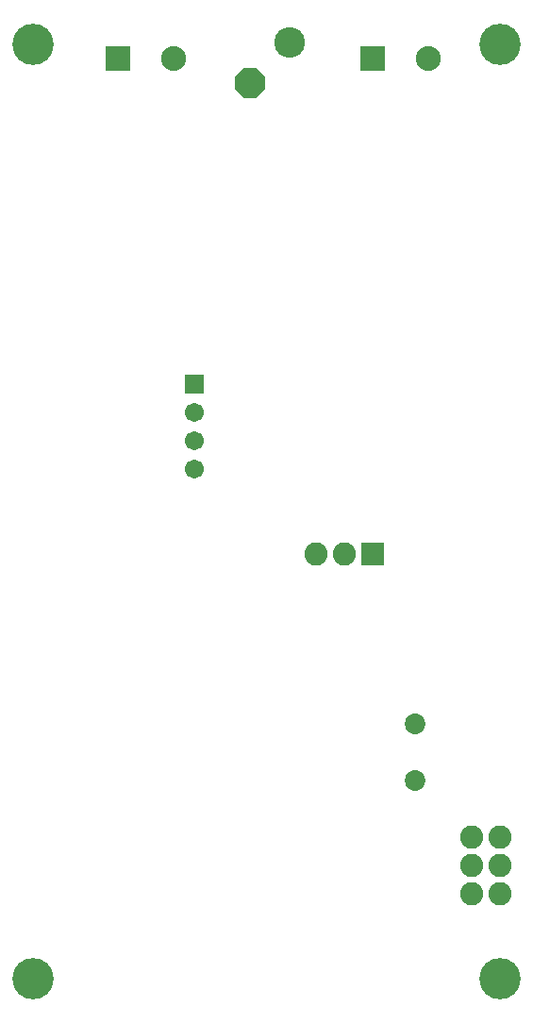
<source format=gbr>
G04 EAGLE Gerber RS-274X export*
G75*
%MOMM*%
%FSLAX34Y34*%
%LPD*%
%INSoldermask Bottom*%
%IPPOS*%
%AMOC8*
5,1,8,0,0,1.08239X$1,22.5*%
G01*
%ADD10C,3.703200*%
%ADD11C,1.854200*%
%ADD12C,2.082800*%
%ADD13R,2.235200X2.235200*%
%ADD14C,2.235200*%
%ADD15C,2.743200*%
%ADD16P,2.969212X8X247.500000*%
%ADD17R,2.082800X2.082800*%
%ADD18R,1.703200X1.703200*%
%ADD19C,1.703200*%


D10*
X38100Y127000D03*
X457200Y127000D03*
X38100Y965200D03*
X457200Y965200D03*
D11*
X381000Y355600D03*
X381000Y304800D03*
D12*
X457200Y203200D03*
X431800Y203200D03*
X457200Y228600D03*
X431800Y228600D03*
X457200Y254000D03*
X431800Y254000D03*
D13*
X342900Y952500D03*
D14*
X392900Y952500D03*
D15*
X268368Y966868D03*
D16*
X232447Y930947D03*
D13*
X114300Y952500D03*
D14*
X164300Y952500D03*
D17*
X342900Y508000D03*
D12*
X317500Y508000D03*
X292100Y508000D03*
D18*
X182200Y660400D03*
D19*
X182200Y635000D03*
X182200Y609600D03*
X182200Y584200D03*
M02*

</source>
